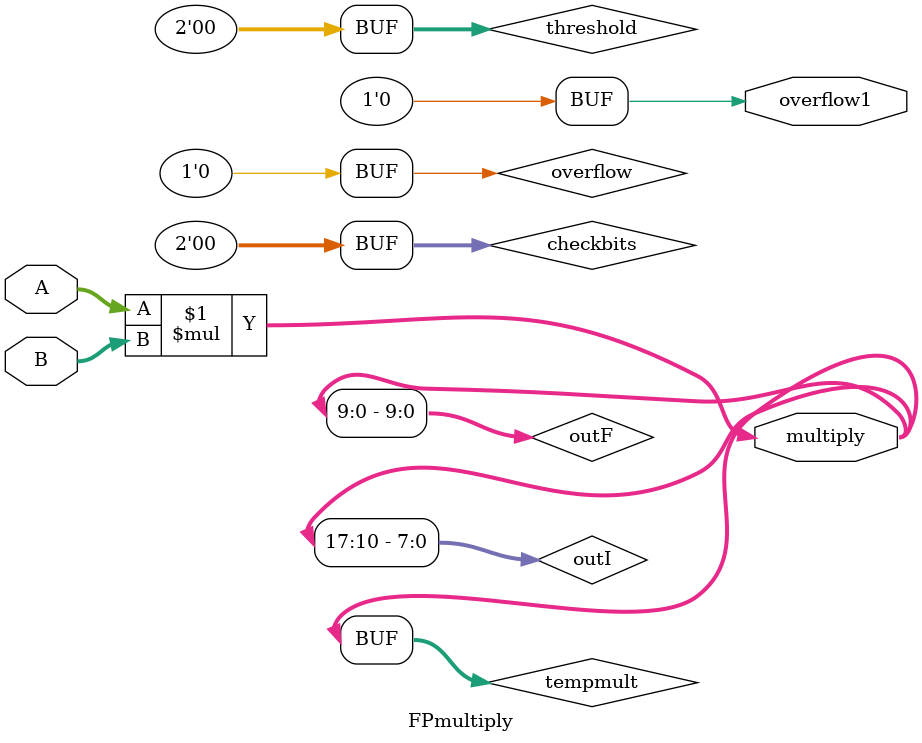
<source format=v>
`timescale 1ns / 1ns
`define X_trc (WIO>=2)?(WIO-2+fracL):fracL
module FPmultiply
#(parameter  WI1 = 4, 
         WF1 = 5,
         WI2 = 4,
         WF2 = 5,
         WIO = 8,
         WFO = 10)

   (
    input signed[(WI1+WF1-1):0] A,
    input signed[(WI2+WF2-1):0] B,
    output signed[(WIO+WFO-1):0] multiply,
   output overflow1
    );

 parameter intL = WI1 + WI2;
 parameter fracL = WF1 + WF2;

wire [(intL+fracL-1):0] tempmult;

reg  [(WIO-1) : 0] outI;
reg  [(WFO-1) : 0] outF;

reg [((intL-WIO)-1):0] checkbits;
reg [((intL-WIO)-1):0] threshold;
reg overflow;

assign tempmult = A * B;

//------------------------------------------truncation-------------------------------------------------//
//---------------------------------adjusting bitwidth of fractional part-------------------------------//
always @* begin
  if (WFO >= fracL)begin
    outF = {tempmult[fracL-1:0],{(WFO-fracL){1'b0}}};
  end
  else begin
    outF = tempmult[(fracL-1):(fracL-WFO)];
  end
end
//---------------------adjusting bitwidth of Integer part and check if overflow occurs-----------------//
// If overflow occurs indicate by making overflow flag = 1
assign overflow1 =overflow;
always @* begin
  if (WIO >= intL)begin
    outI = {{(WIO-intL){tempmult[intL+fracL-1]}},tempmult[(intL+fracL-1):fracL]};
    overflow = 1'b0;
    checkbits = 0;
    threshold = 0;  
  end
  else begin
    if (WIO == 1)begin
      outI = tempmult[intL+fracL-1];
      checkbits = tempmult[(intL+fracL-1):(`X_trc)];
      //checkbits are the bits truncated from the integer part of the output
      threshold = {(intL-WIO){tempmult[intL+fracL-1]}};
      //threshold are the number of bits truncated times sign bit of output 
      overflow = 1'b0;
      if (checkbits == threshold)
      overflow = 1'b0;
      else
      overflow = 1'b1;
    end  
    else begin
      outI = {tempmult[intL+fracL-1],tempmult[`X_trc:fracL]};
      checkbits = tempmult[(intL+fracL-1):(`X_trc)+1];
      //checkbits are the bits truncated from the integer part of the output
      threshold = {(intL-WIO){tempmult[intL+fracL-1]}};
      //threshold are the number of bits truncated times sign bit of output 
      overflow = 1'b0;
      
      if (checkbits == threshold)
      overflow = 1'b0;
      else
      overflow = 1'b1;
    end
  end
end

assign multiply ={outI,outF};

endmodule

</source>
